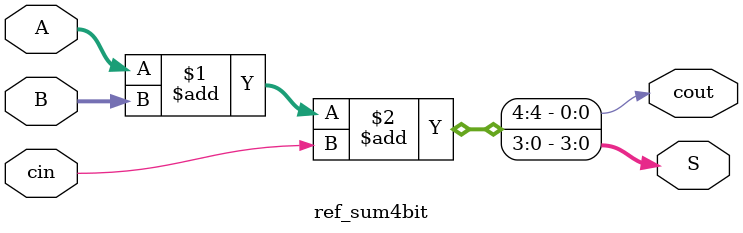
<source format=v>
module ref_sum4bit (
    input  wire [3:0] A,
    input  wire [3:0] B,
    input  wire       cin,
    output wire [3:0] S,
    output wire       cout
);
    assign {cout, S} = A + B + cin;
endmodule


</source>
